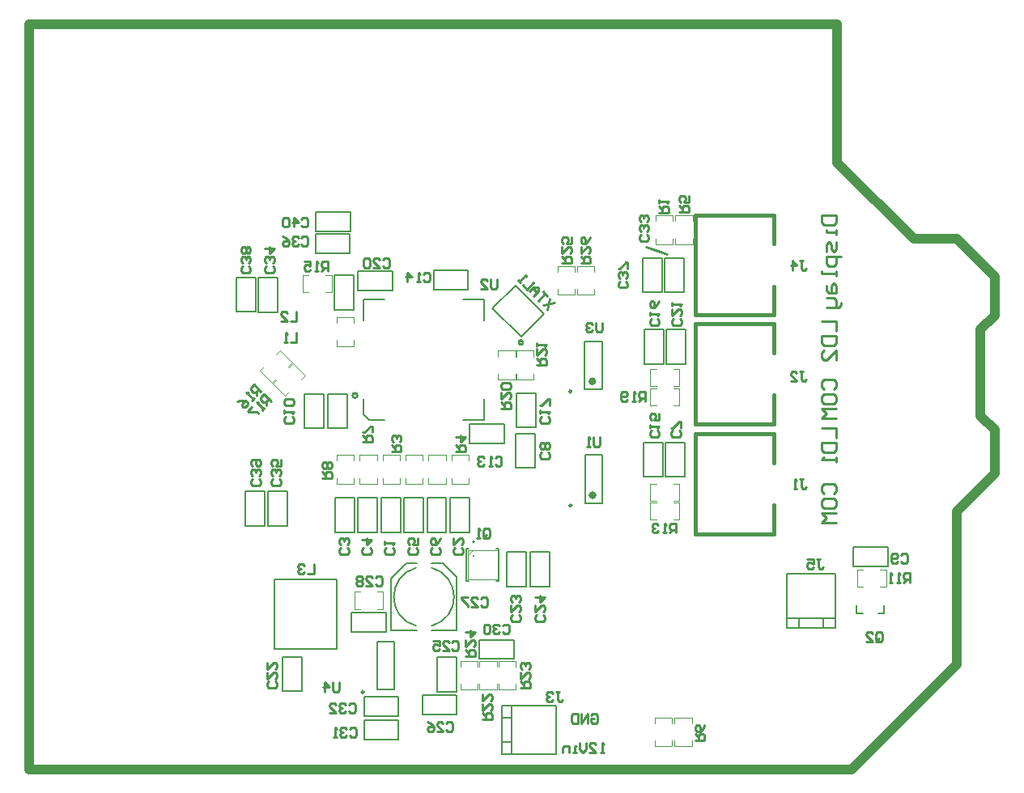
<source format=gbo>
G04*
G04 #@! TF.GenerationSoftware,Altium Limited,CircuitStudio,1.5.2 (1.5.2.30)*
G04*
G04 Layer_Color=13948096*
%FSLAX44Y44*%
%MOMM*%
G71*
G01*
G75*
%ADD12C,0.2540*%
%ADD15C,0.0254*%
%ADD16C,1.0000*%
%ADD65C,0.2000*%
%ADD66C,0.2030*%
%ADD102C,0.1524*%
%ADD103C,0.4000*%
%ADD104C,0.2500*%
%ADD105C,0.2032*%
%ADD106C,0.1000*%
D12*
X765000Y797000D02*
X787000Y789000D01*
X1032054Y474237D02*
X1033720Y475903D01*
X1037053D01*
X1038719Y474237D01*
Y467572D01*
X1037053Y465906D01*
X1033720D01*
X1032054Y467572D01*
X1028722D02*
X1027056Y465906D01*
X1023724D01*
X1022057Y467572D01*
Y474237D01*
X1023724Y475903D01*
X1027056D01*
X1028722Y474237D01*
Y472571D01*
X1027056Y470905D01*
X1022057D01*
X1041219Y445406D02*
Y455403D01*
X1036220D01*
X1034554Y453737D01*
Y450405D01*
X1036220Y448739D01*
X1041219D01*
X1037887D02*
X1034554Y445406D01*
X1031222D02*
X1027890D01*
X1029556D01*
Y455403D01*
X1031222Y453737D01*
X1022891Y445406D02*
X1019559D01*
X1021225D01*
Y455403D01*
X1022891Y453737D01*
X1005554Y385572D02*
Y392237D01*
X1007220Y393903D01*
X1010553D01*
X1012219Y392237D01*
Y385572D01*
X1010553Y383906D01*
X1007220D01*
X1008887Y387239D02*
X1005554Y383906D01*
X1007220D02*
X1005554Y385572D01*
X995557Y383906D02*
X1002222D01*
X995557Y390571D01*
Y392237D01*
X997224Y393903D01*
X1000556D01*
X1002222Y392237D01*
X943532Y469645D02*
X946864D01*
X945198D01*
Y461315D01*
X946864Y459649D01*
X948530D01*
X950196Y461315D01*
X933535Y469645D02*
X940200D01*
Y464647D01*
X936867Y466313D01*
X935201D01*
X933535Y464647D01*
Y461315D01*
X935201Y459649D01*
X938533D01*
X940200Y461315D01*
X697000Y780000D02*
X706997D01*
Y784998D01*
X705331Y786664D01*
X701998D01*
X700332Y784998D01*
Y780000D01*
Y783332D02*
X697000Y786664D01*
Y796661D02*
Y789997D01*
X703664Y796661D01*
X705331D01*
X706997Y794995D01*
Y791663D01*
X705331Y789997D01*
X706997Y806658D02*
X705331Y803326D01*
X701998Y799994D01*
X698666D01*
X697000Y801660D01*
Y804992D01*
X698666Y806658D01*
X700332D01*
X701998Y804992D01*
Y799994D01*
X677000Y780000D02*
X686997D01*
Y784998D01*
X685331Y786664D01*
X681998D01*
X680332Y784998D01*
Y780000D01*
Y783332D02*
X677000Y786664D01*
Y796661D02*
Y789997D01*
X683664Y796661D01*
X685331D01*
X686997Y794995D01*
Y791663D01*
X685331Y789997D01*
X686997Y806658D02*
Y799993D01*
X681998D01*
X683664Y803326D01*
Y804992D01*
X681998Y806658D01*
X678666D01*
X677000Y804992D01*
Y801660D01*
X678666Y799993D01*
X926335Y781997D02*
X929668D01*
X928001D01*
Y773666D01*
X929668Y772000D01*
X931334D01*
X933000Y773666D01*
X918005Y772000D02*
Y781997D01*
X923003Y776998D01*
X916339D01*
X404835Y825831D02*
X406502Y827497D01*
X409834D01*
X411500Y825831D01*
Y819166D01*
X409834Y817500D01*
X406502D01*
X404835Y819166D01*
X396505Y817500D02*
Y827497D01*
X401503Y822498D01*
X394839D01*
X391506Y825831D02*
X389840Y827497D01*
X386508D01*
X384842Y825831D01*
Y819166D01*
X386508Y817500D01*
X389840D01*
X391506Y819166D01*
Y825831D01*
X360331Y553665D02*
X361997Y551998D01*
Y548666D01*
X360331Y547000D01*
X353666D01*
X352000Y548666D01*
Y551998D01*
X353666Y553665D01*
X360331Y556997D02*
X361997Y558663D01*
Y561995D01*
X360331Y563661D01*
X358665D01*
X356998Y561995D01*
Y560329D01*
Y561995D01*
X355332Y563661D01*
X353666D01*
X352000Y561995D01*
Y558663D01*
X353666Y556997D01*
Y566994D02*
X352000Y568660D01*
Y571992D01*
X353666Y573658D01*
X360331D01*
X361997Y571992D01*
Y568660D01*
X360331Y566994D01*
X358665D01*
X356998Y568660D01*
Y573658D01*
X349831Y776664D02*
X351497Y774998D01*
Y771666D01*
X349831Y770000D01*
X343166D01*
X341500Y771666D01*
Y774998D01*
X343166Y776664D01*
X349831Y779997D02*
X351497Y781663D01*
Y784995D01*
X349831Y786661D01*
X348164D01*
X346498Y784995D01*
Y783329D01*
Y784995D01*
X344832Y786661D01*
X343166D01*
X341500Y784995D01*
Y781663D01*
X343166Y779997D01*
X349831Y789993D02*
X351497Y791660D01*
Y794992D01*
X349831Y796658D01*
X348164D01*
X346498Y794992D01*
X344832Y796658D01*
X343166D01*
X341500Y794992D01*
Y791660D01*
X343166Y789993D01*
X344832D01*
X346498Y791660D01*
X348164Y789993D01*
X349831D01*
X346498Y791660D02*
Y794992D01*
X744330Y760664D02*
X745997Y758998D01*
Y755666D01*
X744330Y754000D01*
X737666D01*
X736000Y755666D01*
Y758998D01*
X737666Y760664D01*
X744330Y763997D02*
X745997Y765663D01*
Y768995D01*
X744330Y770661D01*
X742664D01*
X740998Y768995D01*
Y767329D01*
Y768995D01*
X739332Y770661D01*
X737666D01*
X736000Y768995D01*
Y765663D01*
X737666Y763997D01*
X745997Y773993D02*
Y780658D01*
X744330D01*
X737666Y773993D01*
X736000D01*
X404835Y805831D02*
X406502Y807497D01*
X409834D01*
X411500Y805831D01*
Y799166D01*
X409834Y797500D01*
X406502D01*
X404835Y799166D01*
X401503Y805831D02*
X399837Y807497D01*
X396505D01*
X394839Y805831D01*
Y804164D01*
X396505Y802498D01*
X398171D01*
X396505D01*
X394839Y800832D01*
Y799166D01*
X396505Y797500D01*
X399837D01*
X401503Y799166D01*
X384842Y807497D02*
X388174Y805831D01*
X391506Y802498D01*
Y799166D01*
X389840Y797500D01*
X386508D01*
X384842Y799166D01*
Y800832D01*
X386508Y802498D01*
X391506D01*
X381331Y553665D02*
X382997Y551998D01*
Y548666D01*
X381331Y547000D01*
X374666D01*
X373000Y548666D01*
Y551998D01*
X374666Y553665D01*
X381331Y556997D02*
X382997Y558663D01*
Y561995D01*
X381331Y563661D01*
X379664D01*
X377998Y561995D01*
Y560329D01*
Y561995D01*
X376332Y563661D01*
X374666D01*
X373000Y561995D01*
Y558663D01*
X374666Y556997D01*
X382997Y573658D02*
Y566994D01*
X377998D01*
X379664Y570326D01*
Y571992D01*
X377998Y573658D01*
X374666D01*
X373000Y571992D01*
Y568660D01*
X374666Y566994D01*
X374831Y776664D02*
X376497Y774998D01*
Y771666D01*
X374831Y770000D01*
X368166D01*
X366500Y771666D01*
Y774998D01*
X368166Y776664D01*
X374831Y779997D02*
X376497Y781663D01*
Y784995D01*
X374831Y786661D01*
X373164D01*
X371498Y784995D01*
Y783329D01*
Y784995D01*
X369832Y786661D01*
X368166D01*
X366500Y784995D01*
Y781663D01*
X368166Y779997D01*
X366500Y794992D02*
X376497D01*
X371498Y789993D01*
Y796658D01*
X766330Y809664D02*
X767997Y807998D01*
Y804666D01*
X766330Y803000D01*
X759666D01*
X758000Y804666D01*
Y807998D01*
X759666Y809664D01*
X766330Y812997D02*
X767997Y814663D01*
Y817995D01*
X766330Y819661D01*
X764664D01*
X762998Y817995D01*
Y816329D01*
Y817995D01*
X761332Y819661D01*
X759666D01*
X758000Y817995D01*
Y814663D01*
X759666Y812997D01*
X766330Y822993D02*
X767997Y824660D01*
Y827992D01*
X766330Y829658D01*
X764664D01*
X762998Y827992D01*
Y826326D01*
Y827992D01*
X761332Y829658D01*
X759666D01*
X758000Y827992D01*
Y824660D01*
X759666Y822993D01*
X500331Y481664D02*
X501997Y479998D01*
Y476666D01*
X500331Y475000D01*
X493666D01*
X492000Y476666D01*
Y479998D01*
X493666Y481664D01*
X492000Y484997D02*
Y488329D01*
Y486663D01*
X501997D01*
X500331Y484997D01*
X572331Y481664D02*
X573997Y479998D01*
Y476666D01*
X572331Y475000D01*
X565666D01*
X564000Y476666D01*
Y479998D01*
X565666Y481664D01*
X564000Y491661D02*
Y484997D01*
X570664Y491661D01*
X572331D01*
X573997Y489995D01*
Y486663D01*
X572331Y484997D01*
X452331Y481664D02*
X453997Y479998D01*
Y476666D01*
X452331Y475000D01*
X445666D01*
X444000Y476666D01*
Y479998D01*
X445666Y481664D01*
X452331Y484997D02*
X453997Y486663D01*
Y489995D01*
X452331Y491661D01*
X450664D01*
X448998Y489995D01*
Y488329D01*
Y489995D01*
X447332Y491661D01*
X445666D01*
X444000Y489995D01*
Y486663D01*
X445666Y484997D01*
X476330Y481664D02*
X477997Y479998D01*
Y476666D01*
X476330Y475000D01*
X469666D01*
X468000Y476666D01*
Y479998D01*
X469666Y481664D01*
X468000Y489995D02*
X477997D01*
X472998Y484997D01*
Y491661D01*
X524330Y481664D02*
X525997Y479998D01*
Y476666D01*
X524330Y475000D01*
X517666D01*
X516000Y476666D01*
Y479998D01*
X517666Y481664D01*
X525997Y491661D02*
Y484997D01*
X520998D01*
X522664Y488329D01*
Y489995D01*
X520998Y491661D01*
X517666D01*
X516000Y489995D01*
Y486663D01*
X517666Y484997D01*
X548330Y481664D02*
X549997Y479998D01*
Y476666D01*
X548330Y475000D01*
X541666D01*
X540000Y476666D01*
Y479998D01*
X541666Y481664D01*
X549997Y491661D02*
X548330Y488329D01*
X544998Y484997D01*
X541666D01*
X540000Y486663D01*
Y489995D01*
X541666Y491661D01*
X543332D01*
X544998Y489995D01*
Y484997D01*
X394831Y619164D02*
X396497Y617498D01*
Y614166D01*
X394831Y612500D01*
X388166D01*
X386500Y614166D01*
Y617498D01*
X388166Y619164D01*
X386500Y622497D02*
Y625829D01*
Y624163D01*
X396497D01*
X394831Y622497D01*
Y630827D02*
X396497Y632494D01*
Y635826D01*
X394831Y637492D01*
X388166D01*
X386500Y635826D01*
Y632494D01*
X388166Y630827D01*
X394831D01*
X607335Y575830D02*
X609002Y577497D01*
X612334D01*
X614000Y575830D01*
Y569166D01*
X612334Y567500D01*
X609002D01*
X607335Y569166D01*
X604003Y567500D02*
X600671D01*
X602337D01*
Y577497D01*
X604003Y575830D01*
X595672D02*
X594006Y577497D01*
X590674D01*
X589008Y575830D01*
Y574164D01*
X590674Y572498D01*
X592340D01*
X590674D01*
X589008Y570832D01*
Y569166D01*
X590674Y567500D01*
X594006D01*
X595672Y569166D01*
X532335Y768331D02*
X534002Y769997D01*
X537334D01*
X539000Y768331D01*
Y761666D01*
X537334Y760000D01*
X534002D01*
X532335Y761666D01*
X529003Y760000D02*
X525671D01*
X527337D01*
Y769997D01*
X529003Y768331D01*
X515674Y760000D02*
Y769997D01*
X520672Y764998D01*
X514008D01*
X489835Y783331D02*
X491502Y784997D01*
X494834D01*
X496500Y783331D01*
Y776666D01*
X494834Y775000D01*
X491502D01*
X489835Y776666D01*
X479839Y775000D02*
X486503D01*
X479839Y781664D01*
Y783331D01*
X481505Y784997D01*
X484837D01*
X486503Y783331D01*
X476506D02*
X474840Y784997D01*
X471508D01*
X469842Y783331D01*
Y776666D01*
X471508Y775000D01*
X474840D01*
X476506Y776666D01*
Y783331D01*
X377331Y341665D02*
X378997Y339998D01*
Y336666D01*
X377331Y335000D01*
X370666D01*
X369000Y336666D01*
Y339998D01*
X370666Y341665D01*
X369000Y351661D02*
Y344997D01*
X375664Y351661D01*
X377331D01*
X378997Y349995D01*
Y346663D01*
X377331Y344997D01*
X369000Y361658D02*
Y354994D01*
X375664Y361658D01*
X377331D01*
X378997Y359992D01*
Y356660D01*
X377331Y354994D01*
X632331Y411664D02*
X633997Y409998D01*
Y406666D01*
X632331Y405000D01*
X625666D01*
X624000Y406666D01*
Y409998D01*
X625666Y411664D01*
X624000Y421661D02*
Y414997D01*
X630664Y421661D01*
X632331D01*
X633997Y419995D01*
Y416663D01*
X632331Y414997D01*
Y424993D02*
X633997Y426660D01*
Y429992D01*
X632331Y431658D01*
X630664D01*
X628998Y429992D01*
Y428326D01*
Y429992D01*
X627332Y431658D01*
X625666D01*
X624000Y429992D01*
Y426660D01*
X625666Y424993D01*
X657330Y411664D02*
X658997Y409998D01*
Y406666D01*
X657330Y405000D01*
X650666D01*
X649000Y406666D01*
Y409998D01*
X650666Y411664D01*
X649000Y421661D02*
Y414997D01*
X655664Y421661D01*
X657330D01*
X658997Y419995D01*
Y416663D01*
X657330Y414997D01*
X649000Y429992D02*
X658997D01*
X653998Y424993D01*
Y431658D01*
X562336Y382331D02*
X564002Y383997D01*
X567334D01*
X569000Y382331D01*
Y375666D01*
X567334Y374000D01*
X564002D01*
X562336Y375666D01*
X552339Y374000D02*
X559003D01*
X552339Y380664D01*
Y382331D01*
X554005Y383997D01*
X557337D01*
X559003Y382331D01*
X542342Y383997D02*
X549006D01*
Y378998D01*
X545674Y380664D01*
X544008D01*
X542342Y378998D01*
Y375666D01*
X544008Y374000D01*
X547340D01*
X549006Y375666D01*
X556335Y298331D02*
X558002Y299997D01*
X561334D01*
X563000Y298331D01*
Y291666D01*
X561334Y290000D01*
X558002D01*
X556335Y291666D01*
X546339Y290000D02*
X553003D01*
X546339Y296665D01*
Y298331D01*
X548005Y299997D01*
X551337D01*
X553003Y298331D01*
X536342Y299997D02*
X539674Y298331D01*
X543006Y294998D01*
Y291666D01*
X541340Y290000D01*
X538008D01*
X536342Y291666D01*
Y293332D01*
X538008Y294998D01*
X543006D01*
X926335Y553997D02*
X929668D01*
X928001D01*
Y545666D01*
X929668Y544000D01*
X931334D01*
X933000Y545666D01*
X923003Y544000D02*
X919671D01*
X921337D01*
Y553997D01*
X923003Y552331D01*
X926335Y665997D02*
X929668D01*
X928001D01*
Y657666D01*
X929668Y656000D01*
X931334D01*
X933000Y657666D01*
X916339Y656000D02*
X923003D01*
X916339Y662664D01*
Y664331D01*
X918005Y665997D01*
X921337D01*
X923003Y664331D01*
X671335Y330997D02*
X674668D01*
X673001D01*
Y322666D01*
X674668Y321000D01*
X676334D01*
X678000Y322666D01*
X668003Y329330D02*
X666337Y330997D01*
X663005D01*
X661339Y329330D01*
Y327664D01*
X663005Y325998D01*
X664671D01*
X663005D01*
X661339Y324332D01*
Y322666D01*
X663005Y321000D01*
X666337D01*
X668003Y322666D01*
X595195Y493686D02*
Y500350D01*
X596861Y502017D01*
X600194D01*
X601860Y500350D01*
Y493686D01*
X600194Y492020D01*
X596861D01*
X598528Y495352D02*
X595195Y492020D01*
X596861D02*
X595195Y493686D01*
X591863Y492020D02*
X588531D01*
X590197D01*
Y502017D01*
X591863Y500350D01*
X779000Y832500D02*
X788997D01*
Y837498D01*
X787330Y839164D01*
X783998D01*
X782332Y837498D01*
Y832500D01*
Y835832D02*
X779000Y839164D01*
Y842497D02*
Y845829D01*
Y844163D01*
X788997D01*
X787330Y842497D01*
X499000Y582500D02*
X508997D01*
Y587498D01*
X507331Y589164D01*
X503998D01*
X502332Y587498D01*
Y582500D01*
Y585832D02*
X499000Y589164D01*
X507331Y592497D02*
X508997Y594163D01*
Y597495D01*
X507331Y599161D01*
X505664D01*
X503998Y597495D01*
Y595829D01*
Y597495D01*
X502332Y599161D01*
X500666D01*
X499000Y597495D01*
Y594163D01*
X500666Y592497D01*
X566500Y582500D02*
X576497D01*
Y587498D01*
X574831Y589164D01*
X571498D01*
X569832Y587498D01*
Y582500D01*
Y585832D02*
X566500Y589164D01*
Y597495D02*
X576497D01*
X571498Y592497D01*
Y599161D01*
X800000Y833000D02*
X809997D01*
Y837998D01*
X808330Y839664D01*
X804998D01*
X803332Y837998D01*
Y833000D01*
Y836332D02*
X800000Y839664D01*
X809997Y849661D02*
Y842997D01*
X804998D01*
X806664Y846329D01*
Y847995D01*
X804998Y849661D01*
X801666D01*
X800000Y847995D01*
Y844663D01*
X801666Y842997D01*
X816500Y280000D02*
X826497D01*
Y284998D01*
X824830Y286664D01*
X821498D01*
X819832Y284998D01*
Y280000D01*
Y283332D02*
X816500Y286664D01*
X826497Y296661D02*
X824830Y293329D01*
X821498Y289997D01*
X818166D01*
X816500Y291663D01*
Y294995D01*
X818166Y296661D01*
X819832D01*
X821498Y294995D01*
Y289997D01*
X469000Y592500D02*
X478997D01*
Y597498D01*
X477331Y599164D01*
X473998D01*
X472332Y597498D01*
Y592500D01*
Y595832D02*
X469000Y599164D01*
X478997Y602497D02*
Y609161D01*
X477331D01*
X470666Y602497D01*
X469000D01*
X426500Y555000D02*
X436497D01*
Y559998D01*
X434831Y561664D01*
X431498D01*
X429832Y559998D01*
Y555000D01*
Y558332D02*
X426500Y561664D01*
X434831Y564997D02*
X436497Y566663D01*
Y569995D01*
X434831Y571661D01*
X433164D01*
X431498Y569995D01*
X429832Y571661D01*
X428166D01*
X426500Y569995D01*
Y566663D01*
X428166Y564997D01*
X429832D01*
X431498Y566663D01*
X433164Y564997D01*
X434831D01*
X431498Y566663D02*
Y569995D01*
X796500Y497500D02*
Y507497D01*
X791501D01*
X789835Y505830D01*
Y502498D01*
X791501Y500832D01*
X796500D01*
X793168D02*
X789835Y497500D01*
X786503D02*
X783171D01*
X784837D01*
Y507497D01*
X786503Y505830D01*
X778173D02*
X776506Y507497D01*
X773174D01*
X771508Y505830D01*
Y504164D01*
X773174Y502498D01*
X774840D01*
X773174D01*
X771508Y500832D01*
Y499166D01*
X773174Y497500D01*
X776506D01*
X778173Y499166D01*
X432500Y771750D02*
Y781747D01*
X427502D01*
X425835Y780081D01*
Y776748D01*
X427502Y775082D01*
X432500D01*
X429168D02*
X425835Y771750D01*
X422503D02*
X419171D01*
X420837D01*
Y781747D01*
X422503Y780081D01*
X407508Y781747D02*
X414173D01*
Y776748D01*
X410840Y778415D01*
X409174D01*
X407508Y776748D01*
Y773416D01*
X409174Y771750D01*
X412506D01*
X414173Y773416D01*
X362479Y645601D02*
X355410Y652670D01*
X351876Y649135D01*
Y646779D01*
X354232Y644423D01*
X356589D01*
X360123Y647957D01*
X357767Y645601D02*
Y640888D01*
X355410Y638532D02*
X353054Y636176D01*
X354232Y637354D01*
X347164Y644423D01*
X349520D01*
X337738Y634998D02*
X341273Y636176D01*
X345985D01*
X348342Y633820D01*
Y631463D01*
X345985Y629107D01*
X343629Y629107D01*
X342451Y630285D01*
X342451Y632641D01*
X345985Y636176D01*
X372944Y635387D02*
X365875Y642455D01*
X362340Y638921D01*
Y636565D01*
X364697Y634208D01*
X367053D01*
X370587Y637743D01*
X368231Y635387D02*
Y630674D01*
X365875Y628318D02*
X363518Y625961D01*
X364697Y627140D01*
X357628Y634208D01*
X359984D01*
X352915Y629496D02*
X348203Y624783D01*
X349381Y623605D01*
X358806D01*
X359984Y622427D01*
X764000Y635000D02*
Y644997D01*
X759001D01*
X757335Y643331D01*
Y639998D01*
X759001Y638332D01*
X764000D01*
X760668D02*
X757335Y635000D01*
X754003D02*
X750671D01*
X752337D01*
Y644997D01*
X754003Y643331D01*
X745672Y636666D02*
X744006Y635000D01*
X740674D01*
X739008Y636666D01*
Y643331D01*
X740674Y644997D01*
X744006D01*
X745672Y643331D01*
Y641664D01*
X744006Y639998D01*
X739008D01*
X614000Y627500D02*
X623997D01*
Y632498D01*
X622331Y634164D01*
X618998D01*
X617332Y632498D01*
Y627500D01*
Y630832D02*
X614000Y634164D01*
Y644161D02*
Y637497D01*
X620664Y644161D01*
X622331D01*
X623997Y642495D01*
Y639163D01*
X622331Y637497D01*
Y647493D02*
X623997Y649160D01*
Y652492D01*
X622331Y654158D01*
X615666D01*
X614000Y652492D01*
Y649160D01*
X615666Y647493D01*
X622331D01*
X651000Y673000D02*
X660996D01*
Y677998D01*
X659330Y679664D01*
X655998D01*
X654332Y677998D01*
Y673000D01*
Y676332D02*
X651000Y679664D01*
Y689661D02*
Y682997D01*
X657664Y689661D01*
X659330D01*
X660996Y687995D01*
Y684663D01*
X659330Y682997D01*
X651000Y692993D02*
Y696326D01*
Y694660D01*
X660996D01*
X659330Y692993D01*
X634000Y335000D02*
X643997D01*
Y339998D01*
X642330Y341664D01*
X638998D01*
X637332Y339998D01*
Y335000D01*
Y338332D02*
X634000Y341664D01*
Y351661D02*
Y344997D01*
X640664Y351661D01*
X642330D01*
X643997Y349995D01*
Y346663D01*
X642330Y344997D01*
Y354993D02*
X643997Y356660D01*
Y359992D01*
X642330Y361658D01*
X640664D01*
X638998Y359992D01*
Y358326D01*
Y359992D01*
X637332Y361658D01*
X635666D01*
X634000Y359992D01*
Y356660D01*
X635666Y354993D01*
X716500Y597497D02*
Y589166D01*
X714834Y587500D01*
X711501D01*
X709835Y589166D01*
Y597497D01*
X706503Y587500D02*
X703171D01*
X704837D01*
Y597497D01*
X706503Y595830D01*
X609000Y762497D02*
Y754166D01*
X607334Y752500D01*
X604002D01*
X602335Y754166D01*
Y762497D01*
X592339Y752500D02*
X599003D01*
X592339Y759164D01*
Y760831D01*
X594005Y762497D01*
X597337D01*
X599003Y760831D01*
X719000Y717497D02*
Y709166D01*
X717334Y707500D01*
X714001D01*
X712335Y709166D01*
Y717497D01*
X709003Y715831D02*
X707337Y717497D01*
X704005D01*
X702339Y715831D01*
Y714164D01*
X704005Y712498D01*
X705671D01*
X704005D01*
X702339Y710832D01*
Y709166D01*
X704005Y707500D01*
X707337D01*
X709003Y709166D01*
X669069Y738069D02*
X657287Y735712D01*
X664356Y742781D02*
X662000Y731000D01*
Y745137D02*
X657287Y749850D01*
X659644Y747494D01*
X652575Y740425D01*
X647862Y745137D02*
X652575Y749850D01*
X652575Y754563D01*
X647862Y754563D01*
X643150Y749850D01*
X646684Y753384D01*
X651397Y748672D01*
X647862Y759275D02*
X640794Y752206D01*
X636081Y756919D01*
X633725Y759275D02*
X631368Y761631D01*
X632547Y760453D01*
X639615Y767522D01*
Y765166D01*
X799830Y604164D02*
X801497Y602498D01*
Y599166D01*
X799830Y597500D01*
X793166D01*
X791500Y599166D01*
Y602498D01*
X793166Y604164D01*
X801497Y607497D02*
Y614161D01*
X799830D01*
X793166Y607497D01*
X791500D01*
X662330Y581664D02*
X663997Y579998D01*
Y576666D01*
X662330Y575000D01*
X655666D01*
X654000Y576666D01*
Y579998D01*
X655666Y581664D01*
X662330Y584997D02*
X663997Y586663D01*
Y589995D01*
X662330Y591661D01*
X660664D01*
X658998Y589995D01*
X657332Y591661D01*
X655666D01*
X654000Y589995D01*
Y586663D01*
X655666Y584997D01*
X657332D01*
X658998Y586663D01*
X660664Y584997D01*
X662330D01*
X658998Y586663D02*
Y589995D01*
X777330Y604164D02*
X778997Y602498D01*
Y599166D01*
X777330Y597500D01*
X770666D01*
X769000Y599166D01*
Y602498D01*
X770666Y604164D01*
X769000Y607497D02*
Y610829D01*
Y609163D01*
X778997D01*
X777330Y607497D01*
X778997Y622492D02*
Y615827D01*
X773998D01*
X775664Y619160D01*
Y620826D01*
X773998Y622492D01*
X770666D01*
X769000Y620826D01*
Y617493D01*
X770666Y615827D01*
X777330Y721664D02*
X778997Y719998D01*
Y716666D01*
X777330Y715000D01*
X770666D01*
X769000Y716666D01*
Y719998D01*
X770666Y721664D01*
X769000Y724997D02*
Y728329D01*
Y726663D01*
X778997D01*
X777330Y724997D01*
X778997Y739992D02*
X777330Y736660D01*
X773998Y733327D01*
X770666D01*
X769000Y734993D01*
Y738326D01*
X770666Y739992D01*
X772332D01*
X773998Y738326D01*
Y733327D01*
X662330Y619164D02*
X663997Y617498D01*
Y614166D01*
X662330Y612500D01*
X655666D01*
X654000Y614166D01*
Y617498D01*
X655666Y619164D01*
X654000Y622497D02*
Y625829D01*
Y624163D01*
X663997D01*
X662330Y622497D01*
X663997Y630827D02*
Y637492D01*
X662330D01*
X655666Y630827D01*
X654000D01*
X800330Y721664D02*
X801997Y719998D01*
Y716666D01*
X800330Y715000D01*
X793666D01*
X792000Y716666D01*
Y719998D01*
X793666Y721664D01*
X792000Y731661D02*
Y724997D01*
X798664Y731661D01*
X800330D01*
X801997Y729995D01*
Y726663D01*
X800330Y724997D01*
X792000Y734993D02*
Y738326D01*
Y736660D01*
X801997D01*
X800330Y734993D01*
X482336Y450331D02*
X484002Y451997D01*
X487334D01*
X489000Y450331D01*
Y443666D01*
X487334Y442000D01*
X484002D01*
X482336Y443666D01*
X472339Y442000D02*
X479003D01*
X472339Y448665D01*
Y450331D01*
X474005Y451997D01*
X477337D01*
X479003Y450331D01*
X469007D02*
X467340Y451997D01*
X464008D01*
X462342Y450331D01*
Y448665D01*
X464008Y446998D01*
X462342Y445332D01*
Y443666D01*
X464008Y442000D01*
X467340D01*
X469007Y443666D01*
Y445332D01*
X467340Y446998D01*
X469007Y448665D01*
Y450331D01*
X467340Y446998D02*
X464008D01*
X615379Y400101D02*
X617045Y401767D01*
X620377D01*
X622043Y400101D01*
Y393436D01*
X620377Y391770D01*
X617045D01*
X615379Y393436D01*
X612047Y400101D02*
X610380Y401767D01*
X607048D01*
X605382Y400101D01*
Y398434D01*
X607048Y396768D01*
X608714D01*
X607048D01*
X605382Y395102D01*
Y393436D01*
X607048Y391770D01*
X610380D01*
X612047Y393436D01*
X602050Y400101D02*
X600384Y401767D01*
X597051D01*
X595385Y400101D01*
Y393436D01*
X597051Y391770D01*
X600384D01*
X602050Y393436D01*
Y400101D01*
X592335Y428330D02*
X594002Y429997D01*
X597334D01*
X599000Y428330D01*
Y421666D01*
X597334Y420000D01*
X594002D01*
X592335Y421666D01*
X582339Y420000D02*
X589003D01*
X582339Y426664D01*
Y428330D01*
X584005Y429997D01*
X587337D01*
X589003Y428330D01*
X579006Y429997D02*
X572342D01*
Y428330D01*
X579006Y421666D01*
Y420000D01*
X399750Y706997D02*
Y697000D01*
X393086D01*
X389753D02*
X386421D01*
X388087D01*
Y706997D01*
X389753Y705331D01*
X399750Y728997D02*
Y719000D01*
X393086D01*
X383089D02*
X389753D01*
X383089Y725665D01*
Y727331D01*
X384755Y728997D01*
X388087D01*
X389753Y727331D01*
X418000Y464997D02*
Y455000D01*
X411335D01*
X408003Y463331D02*
X406337Y464997D01*
X403005D01*
X401339Y463331D01*
Y461665D01*
X403005Y459998D01*
X404671D01*
X403005D01*
X401339Y458332D01*
Y456666D01*
X403005Y455000D01*
X406337D01*
X408003Y456666D01*
X594000Y302000D02*
X603997D01*
Y306998D01*
X602331Y308664D01*
X598998D01*
X597332Y306998D01*
Y302000D01*
Y305332D02*
X594000Y308664D01*
Y318661D02*
Y311997D01*
X600664Y318661D01*
X602331D01*
X603997Y316995D01*
Y313663D01*
X602331Y311997D01*
X594000Y328658D02*
Y321994D01*
X600664Y328658D01*
X602331D01*
X603997Y326992D01*
Y323660D01*
X602331Y321994D01*
X576367Y368591D02*
X586364D01*
Y373589D01*
X584698Y375255D01*
X581366D01*
X579699Y373589D01*
Y368591D01*
Y371923D02*
X576367Y375255D01*
Y385252D02*
Y378587D01*
X583032Y385252D01*
X584698D01*
X586364Y383586D01*
Y380254D01*
X584698Y378587D01*
X576367Y393583D02*
X586364D01*
X581366Y388584D01*
Y395249D01*
X444000Y340997D02*
Y332666D01*
X442334Y331000D01*
X439002D01*
X437336Y332666D01*
Y340997D01*
X429005Y331000D02*
Y340997D01*
X434003Y335998D01*
X427339D01*
X455336Y292331D02*
X457002Y293997D01*
X460334D01*
X462000Y292331D01*
Y285666D01*
X460334Y284000D01*
X457002D01*
X455336Y285666D01*
X452003Y292331D02*
X450337Y293997D01*
X447005D01*
X445339Y292331D01*
Y290665D01*
X447005Y288998D01*
X448671D01*
X447005D01*
X445339Y287332D01*
Y285666D01*
X447005Y284000D01*
X450337D01*
X452003Y285666D01*
X442006Y284000D02*
X438674D01*
X440340D01*
Y293997D01*
X442006Y292331D01*
X454336Y317331D02*
X456002Y318997D01*
X459334D01*
X461000Y317331D01*
Y310666D01*
X459334Y309000D01*
X456002D01*
X454336Y310666D01*
X451003Y317331D02*
X449337Y318997D01*
X446005D01*
X444339Y317331D01*
Y315665D01*
X446005Y313998D01*
X447671D01*
X446005D01*
X444339Y312332D01*
Y310666D01*
X446005Y309000D01*
X449337D01*
X451003Y310666D01*
X434342Y309000D02*
X441006D01*
X434342Y315665D01*
Y317331D01*
X436008Y318997D01*
X439340D01*
X441006Y317331D01*
X948765Y830000D02*
X964000D01*
Y822382D01*
X961461Y819843D01*
X951304D01*
X948765Y822382D01*
Y830000D01*
X964000Y814765D02*
Y809687D01*
Y812226D01*
X953843D01*
Y814765D01*
X964000Y802069D02*
Y794451D01*
X961461Y791912D01*
X958921Y794451D01*
Y799530D01*
X956382Y802069D01*
X953843Y799530D01*
Y791912D01*
X969078Y786834D02*
X953843D01*
Y779216D01*
X956382Y776677D01*
X961461D01*
X964000Y779216D01*
Y786834D01*
Y771599D02*
Y766520D01*
Y769060D01*
X948765D01*
Y771599D01*
X953843Y756364D02*
Y751285D01*
X956382Y748746D01*
X964000D01*
Y756364D01*
X961461Y758903D01*
X958921Y756364D01*
Y748746D01*
X953843Y743668D02*
X961461D01*
X964000Y741129D01*
Y733511D01*
X966539D01*
X969078Y736050D01*
Y738589D01*
X964000Y733511D02*
X953843D01*
X948765Y719000D02*
X964000D01*
Y708843D01*
X948765Y703765D02*
X964000D01*
Y696147D01*
X961461Y693608D01*
X951304D01*
X948765Y696147D01*
Y703765D01*
X964000Y678373D02*
Y688530D01*
X953843Y678373D01*
X951304D01*
X948765Y680912D01*
Y685991D01*
X951304Y688530D01*
Y647903D02*
X948765Y650442D01*
Y655520D01*
X951304Y658060D01*
X961461D01*
X964000Y655520D01*
Y650442D01*
X961461Y647903D01*
X948765Y635207D02*
Y640285D01*
X951304Y642824D01*
X961461D01*
X964000Y640285D01*
Y635207D01*
X961461Y632668D01*
X951304D01*
X948765Y635207D01*
X964000Y627589D02*
X948765D01*
X953843Y622511D01*
X948765Y617433D01*
X964000D01*
X948765Y607000D02*
X964000D01*
Y596843D01*
X948765Y591765D02*
X964000D01*
Y584147D01*
X961460Y581608D01*
X951304D01*
X948765Y584147D01*
Y591765D01*
X964000Y576530D02*
Y571451D01*
Y573991D01*
X948765D01*
X951304Y576530D01*
Y538442D02*
X948765Y540981D01*
Y546060D01*
X951304Y548599D01*
X961460D01*
X964000Y546060D01*
Y540981D01*
X961460Y538442D01*
X948765Y525746D02*
Y530825D01*
X951304Y533364D01*
X961460D01*
X964000Y530825D01*
Y525746D01*
X961460Y523207D01*
X951304D01*
X948765Y525746D01*
X964000Y518129D02*
X948765D01*
X953843Y513050D01*
X948765Y507972D01*
X964000D01*
X721000Y268000D02*
X717667D01*
X719334D01*
Y277997D01*
X721000Y276331D01*
X706005Y268000D02*
X712669D01*
X706005Y274664D01*
Y276331D01*
X707671Y277997D01*
X711003D01*
X712669Y276331D01*
X702672Y277997D02*
Y271332D01*
X699340Y268000D01*
X696008Y271332D01*
Y277997D01*
X692676Y268000D02*
X689343D01*
X691009D01*
Y274664D01*
X692676D01*
X684345Y268000D02*
Y274664D01*
X679346D01*
X677680Y272998D01*
Y268000D01*
X707335Y306331D02*
X709001Y307997D01*
X712334D01*
X714000Y306331D01*
Y299666D01*
X712334Y298000D01*
X709001D01*
X707335Y299666D01*
Y302998D01*
X710667D01*
X704003Y298000D02*
Y307997D01*
X697338Y298000D01*
Y307997D01*
X694006D02*
Y298000D01*
X689008D01*
X687342Y299666D01*
Y306331D01*
X689008Y307997D01*
X694006D01*
D15*
X585622Y473186D02*
G03*
X585622Y473186I-762J0D01*
G01*
X578866Y479536D02*
X609854D01*
X578866Y448548D02*
Y479536D01*
Y448548D02*
X609854D01*
Y479536D01*
X578866Y474456D02*
X583946Y479536D01*
D16*
X1045000Y805000D02*
X1090000D01*
X965000Y885000D02*
X1045000Y805000D01*
X965000Y885000D02*
Y1030000D01*
X1090000Y360000D02*
Y520000D01*
X980000Y250000D02*
X1090000Y360000D01*
X965000Y250000D02*
X980000D01*
X1130000Y725000D02*
Y765000D01*
X1115000Y710000D02*
X1130000Y725000D01*
Y560000D02*
Y605000D01*
X1115000Y620000D02*
X1130000Y605000D01*
X1115000Y620000D02*
Y710000D01*
X1090000Y520000D02*
X1130000Y560000D01*
X120000Y250000D02*
X965000D01*
X1090000Y805000D02*
X1130000Y765000D01*
X120000Y1030000D02*
X965000D01*
X120000Y250000D02*
Y1030000D01*
D65*
X982185Y462246D02*
Y482566D01*
X1018253Y462246D02*
Y482566D01*
X982185Y462246D02*
X1018253D01*
X982185Y482566D02*
X1018253D01*
X441610Y376270D02*
Y448770D01*
X376610D02*
X441610D01*
X376610Y376270D02*
Y448770D01*
Y376270D02*
X441610D01*
X761590Y749216D02*
X781910D01*
X761590Y785284D02*
X781910D01*
Y749216D02*
Y785284D01*
X761590Y749216D02*
Y785284D01*
X785000Y785000D02*
X805000D01*
Y749000D02*
Y785000D01*
X785000Y749000D02*
X805000D01*
X785000D02*
Y785000D01*
X763590Y674216D02*
Y710284D01*
X783910Y674216D02*
Y710284D01*
X763590D02*
X783910D01*
X763590Y674216D02*
X783910D01*
X786590D02*
Y710284D01*
X806910Y674216D02*
Y710284D01*
X786590D02*
X806910D01*
X786590Y674216D02*
X806910D01*
X644200Y441486D02*
Y477554D01*
X664520Y441486D02*
Y477554D01*
X644200D02*
X664520D01*
X644200Y441486D02*
X664520D01*
X619200D02*
Y477554D01*
X639520Y441486D02*
Y477554D01*
X619200D02*
X639520D01*
X619200Y441486D02*
X639520D01*
X785590Y555966D02*
Y592034D01*
X805910Y555966D02*
Y592034D01*
X785590D02*
X805910D01*
X785590Y555966D02*
X805910D01*
X762590D02*
Y592034D01*
X782910Y555966D02*
Y592034D01*
X762590D02*
X782910D01*
X762590Y555966D02*
X782910D01*
X701250Y578750D02*
X719250D01*
X701250Y528750D02*
X719250D01*
Y578750D01*
X701250Y528750D02*
Y578750D01*
X701000Y698000D02*
X719000D01*
X701000Y648000D02*
X719000D01*
Y698000D01*
X701000Y648000D02*
Y698000D01*
X629090Y565216D02*
Y601284D01*
X649410Y565216D02*
Y601284D01*
X629090D02*
X649410D01*
X629090Y565216D02*
X649410D01*
X580550Y498000D02*
Y534000D01*
X560550D02*
X580550D01*
X560550Y498000D02*
Y534000D01*
Y498000D02*
X580550D01*
X556430D02*
Y534000D01*
X536430D02*
X556430D01*
X536430Y498000D02*
Y534000D01*
Y498000D02*
X556430D01*
X532310D02*
Y534000D01*
X512310D02*
X532310D01*
X512310Y498000D02*
Y534000D01*
Y498000D02*
X532310D01*
X508190D02*
Y534000D01*
X488190D02*
X508190D01*
X488190Y498000D02*
Y534000D01*
Y498000D02*
X508190D01*
X484070D02*
Y534000D01*
X464070D02*
X484070D01*
X464070Y498000D02*
Y534000D01*
Y498000D02*
X484070D01*
X459950D02*
Y534000D01*
X439950D02*
X459950D01*
X439950Y498000D02*
Y534000D01*
Y498000D02*
X459950D01*
X419417Y790236D02*
Y810236D01*
X455417D01*
Y790236D02*
Y810236D01*
X419417Y790236D02*
X455417D01*
X455784Y813090D02*
Y833410D01*
X419716Y813090D02*
Y833410D01*
X455784D01*
X419716Y813090D02*
X455784D01*
X336590Y764784D02*
X356910D01*
X336590Y728716D02*
X356910D01*
X336590D02*
Y764784D01*
X356910Y728716D02*
Y764784D01*
X360000Y728500D02*
X380000D01*
X360000D02*
Y764500D01*
X380000D01*
Y728500D02*
Y764500D01*
X457076Y413680D02*
X493144D01*
X457076Y393360D02*
X493144D01*
Y413680D01*
X457076Y393360D02*
Y413680D01*
X384700Y331736D02*
Y367804D01*
X405020Y331736D02*
Y367804D01*
X384700D02*
X405020D01*
X384700Y331736D02*
X405020D01*
X483860Y333520D02*
Y383520D01*
X501860Y333520D02*
Y383520D01*
X483860Y333520D02*
X501860D01*
X483860Y383520D02*
X501860D01*
X552586Y465520D02*
X567150Y450956D01*
X498570Y449662D02*
X514428Y465520D01*
X591110Y385520D02*
X627110D01*
X591110Y365520D02*
Y385520D01*
Y365520D02*
X627110D01*
Y385520D01*
X567270Y331486D02*
Y367554D01*
X546950Y331486D02*
Y367554D01*
Y331486D02*
X567270D01*
X546950Y367554D02*
X567270D01*
X531202Y327430D02*
X567270D01*
X531202Y307110D02*
X567270D01*
Y327430D01*
X531202Y307110D02*
Y327430D01*
X463716Y750840D02*
X499784D01*
X463716Y771160D02*
X499784D01*
X463716Y750840D02*
Y771160D01*
X499784Y750840D02*
Y771160D01*
X459910Y730966D02*
Y767034D01*
X439590Y730966D02*
Y767034D01*
Y730966D02*
X459910D01*
X439590Y767034D02*
X459910D01*
X470326Y281110D02*
Y301430D01*
X506394Y281110D02*
Y301430D01*
X470326Y281110D02*
X506394D01*
X470326Y301430D02*
X506394D01*
X470326Y326180D02*
X506394D01*
X470326Y305860D02*
X506394D01*
Y326180D01*
X470326Y305860D02*
Y326180D01*
X432090Y606966D02*
Y643034D01*
X452410Y606966D02*
Y643034D01*
X432090D02*
X452410D01*
X432090Y606966D02*
X452410D01*
X408250Y642750D02*
X428250D01*
Y606750D02*
Y642750D01*
X408250Y606750D02*
X428250D01*
X408250D02*
Y642750D01*
X580716Y611160D02*
X616784D01*
X580716Y590840D02*
X616784D01*
Y611160D01*
X580716Y590840D02*
Y611160D01*
X649660Y607716D02*
Y643784D01*
X629340Y607716D02*
Y643784D01*
Y607716D02*
X649660D01*
X629340Y643784D02*
X649660D01*
X543216Y771910D02*
X579284D01*
X543216Y751590D02*
X579284D01*
Y771910D01*
X543216Y751590D02*
Y771910D01*
X469895Y621750D02*
Y637740D01*
Y719760D02*
Y741605D01*
X491740D01*
X573760D02*
X595605D01*
Y719760D02*
Y741605D01*
Y615895D02*
Y637740D01*
X573760Y615895D02*
X595605D01*
X475750D02*
X491740D01*
X469895Y621750D02*
X475750Y615895D01*
X369764Y504670D02*
X389764D01*
X369764D02*
Y540670D01*
X389764D01*
Y504670D02*
Y540670D01*
X346090Y540784D02*
X366410D01*
X346090Y504716D02*
X366410D01*
X346090D02*
Y540784D01*
X366410Y504716D02*
Y540784D01*
D66*
X634328Y702380D02*
X658370Y726422D01*
X604630Y732078D02*
X634328Y702380D01*
X604630Y732078D02*
X628671Y756120D01*
X658370Y726422D01*
D102*
X585622Y488350D02*
G03*
X585622Y488350I-762J0D01*
G01*
X577596Y480806D02*
X580009D01*
X577596Y447278D02*
Y480806D01*
X608711Y447278D02*
X611124D01*
Y480806D01*
X608711D02*
X611124D01*
X577596Y447278D02*
X580009D01*
D103*
X711250Y536750D02*
G03*
X711250Y536750I-2000J0D01*
G01*
X711000Y656000D02*
G03*
X711000Y656000I-2000J0D01*
G01*
X899000Y800000D02*
Y830000D01*
X817000Y725500D02*
Y830000D01*
X899000D01*
Y725500D02*
Y755500D01*
X817000Y725500D02*
X899000D01*
X817000Y611500D02*
X899000D01*
Y641500D01*
X817000Y716000D02*
X899000D01*
X817000Y611500D02*
Y716000D01*
X899000Y686000D02*
Y716000D01*
X817000Y496500D02*
X899000D01*
Y526500D01*
X817000Y601000D02*
X899000D01*
X817000Y496500D02*
Y601000D01*
X899000Y571000D02*
Y601000D01*
D104*
X687500Y526200D02*
G03*
X687500Y526200I-1250J0D01*
G01*
X687250Y645450D02*
G03*
X687250Y645450I-1250J0D01*
G01*
X636564Y696723D02*
G03*
X636564Y696723I-2236J0D01*
G01*
X470110Y330970D02*
G03*
X470110Y330970I-1250J0D01*
G01*
X463250Y641250D02*
G03*
X463250Y641250I-2500J0D01*
G01*
D105*
X524843Y460983D02*
G03*
X524843Y400057I8017J-30463D01*
G01*
X540877D02*
G03*
X540877Y460983I-8017J30463D01*
G01*
X985643Y413382D02*
X991643Y413382D01*
X985643Y413382D02*
Y421494D01*
X1007771Y413382D02*
X1013867Y413382D01*
X1013867Y421494D01*
X498570Y395520D02*
X525240D01*
X540480D02*
X567150D01*
X498570D02*
Y449662D01*
X567150Y395520D02*
Y450956D01*
X540480Y465520D02*
X552586D01*
X514428D02*
X525240D01*
X950200Y397750D02*
Y407910D01*
X924800Y397750D02*
Y407910D01*
X912100D02*
X962900D01*
X912100Y397750D02*
X962900D01*
X912100D02*
Y454900D01*
X962900Y397750D02*
Y454900D01*
X912100D02*
X962900D01*
X614250Y278300D02*
X624410D01*
X614250Y303700D02*
X624410D01*
Y265600D02*
Y316400D01*
X614250Y265600D02*
Y316400D01*
X671400D01*
X614250Y265600D02*
X671400D01*
Y316400D01*
D106*
X1010219Y458906D02*
X1016219D01*
Y440906D02*
Y458906D01*
X1010219Y440906D02*
X1016219D01*
X986219Y458906D02*
X992219D01*
X986219Y440906D02*
Y458906D01*
Y440906D02*
X992219D01*
X690998Y746500D02*
Y752500D01*
X672998Y746500D02*
X690998D01*
X672998D02*
Y752500D01*
X690998Y770500D02*
Y776500D01*
X672998D02*
X690998D01*
X672998Y770500D02*
Y776500D01*
X693000Y770500D02*
Y776500D01*
X711000D01*
Y770500D02*
Y776500D01*
X693000Y746500D02*
Y752500D01*
Y746500D02*
X711000D01*
Y752500D01*
X796000Y823500D02*
Y829500D01*
X814000D01*
Y823500D02*
Y829500D01*
X796000Y799500D02*
Y805500D01*
Y799500D02*
X814000D01*
Y805500D01*
X793000Y799500D02*
Y805500D01*
X775000Y799500D02*
X793000D01*
X775000D02*
Y805500D01*
X793000Y823500D02*
Y829500D01*
X775000D02*
X793000D01*
X775000Y823500D02*
Y829500D01*
X769750Y651000D02*
X775750D01*
X769750D02*
Y669000D01*
X775750D01*
X793750Y651000D02*
X799750D01*
Y669000D01*
X793750D02*
X799750D01*
X769750Y631000D02*
X775750D01*
X769750D02*
Y649000D01*
X775750D01*
X793750Y631000D02*
X799750D01*
Y649000D01*
X793750D02*
X799750D01*
X769750Y531000D02*
X775750D01*
X769750D02*
Y549000D01*
X775750D01*
X793750Y531000D02*
X799750D01*
Y549000D01*
X793750D02*
X799750D01*
X769750Y511000D02*
X775750D01*
X769750D02*
Y529000D01*
X775750D01*
X793750Y511000D02*
X799750D01*
Y529000D01*
X793750D02*
X799750D01*
X647750Y658000D02*
Y664000D01*
X629750Y658000D02*
X647750D01*
X629750D02*
Y664000D01*
X647750Y682000D02*
Y688000D01*
X629750D02*
X647750D01*
X629750Y682000D02*
Y688000D01*
X459750Y549000D02*
Y555000D01*
X441750Y549000D02*
X459750D01*
X441750D02*
Y555000D01*
X459750Y573000D02*
Y579000D01*
X441750D02*
X459750D01*
X441750Y573000D02*
Y579000D01*
X483750Y549000D02*
Y555000D01*
X465750Y549000D02*
X483750D01*
X465750D02*
Y555000D01*
X483750Y573000D02*
Y579000D01*
X465750D02*
X483750D01*
X465750Y573000D02*
Y579000D01*
X507750Y549000D02*
Y555000D01*
X489750Y549000D02*
X507750D01*
X489750D02*
Y555000D01*
X507750Y573000D02*
Y579000D01*
X489750D02*
X507750D01*
X489750Y573000D02*
Y579000D01*
X531750Y549000D02*
Y555000D01*
X513750Y549000D02*
X531750D01*
X513750D02*
Y555000D01*
X531750Y573000D02*
Y579000D01*
X513750D02*
X531750D01*
X513750Y573000D02*
Y579000D01*
X555750Y549000D02*
Y555000D01*
X537750Y549000D02*
X555750D01*
X537750D02*
Y555000D01*
X555750Y573000D02*
Y579000D01*
X537750D02*
X555750D01*
X537750Y573000D02*
Y579000D01*
X579750Y549000D02*
Y555000D01*
X561750Y549000D02*
X579750D01*
X561750D02*
Y555000D01*
X579750Y573000D02*
Y579000D01*
X561750D02*
X579750D01*
X561750Y573000D02*
Y579000D01*
X792625Y274250D02*
Y280250D01*
X774625Y274250D02*
X792625D01*
X774625D02*
Y280250D01*
X792625Y298250D02*
Y304250D01*
X774625D02*
X792625D01*
X774625Y298250D02*
Y304250D01*
X795000Y298250D02*
Y304250D01*
X813000D01*
Y298250D02*
Y304250D01*
X795000Y274250D02*
Y280250D01*
Y274250D02*
X813000D01*
Y280250D01*
X406250Y749250D02*
X412250D01*
X406250D02*
Y767250D01*
X412250D01*
X430250Y749250D02*
X436250D01*
Y767250D01*
X430250D02*
X436250D01*
X459750Y693000D02*
Y699000D01*
X441750Y693000D02*
X459750D01*
X441750D02*
Y699000D01*
X459750Y717000D02*
Y723000D01*
X441750D02*
X459750D01*
X441750Y717000D02*
Y723000D01*
X392000Y670728D02*
X396242Y674970D01*
X408970Y662243D01*
X404728Y658000D02*
X408970Y662243D01*
X375029Y653757D02*
X379272Y658000D01*
X375029Y653757D02*
X387757Y641029D01*
X392000Y645272D01*
X378000Y684478D02*
X382243Y688720D01*
X394971Y675992D01*
X390728Y671750D02*
X394971Y675992D01*
X361030Y667507D02*
X365272Y671750D01*
X361030Y667507D02*
X373757Y654779D01*
X378000Y659022D01*
X628500Y658000D02*
Y664000D01*
X610500Y658000D02*
X628500D01*
X610500D02*
Y664000D01*
X628500Y682000D02*
Y688000D01*
X610500D02*
X628500D01*
X610500Y682000D02*
Y688000D01*
X629000Y333270D02*
Y339270D01*
X611000Y333270D02*
X629000D01*
X611000D02*
Y339270D01*
X629000Y357270D02*
Y363270D01*
X611000D02*
X629000D01*
X611000Y357270D02*
Y363270D01*
X484144Y435770D02*
X490144D01*
Y417770D02*
Y435770D01*
X484144Y417770D02*
X490144D01*
X460144Y435770D02*
X466144D01*
X460144Y417770D02*
Y435770D01*
Y417770D02*
X466144D01*
X609000Y333270D02*
Y339270D01*
X591000Y333270D02*
X609000D01*
X591000D02*
Y339270D01*
X609000Y357270D02*
Y363270D01*
X591000D02*
X609000D01*
X591000Y357270D02*
Y363270D01*
X571110Y357270D02*
Y363270D01*
X589110D01*
Y357270D02*
Y363270D01*
X571110Y333270D02*
Y339270D01*
Y333270D02*
X589110D01*
Y339270D01*
M02*

</source>
